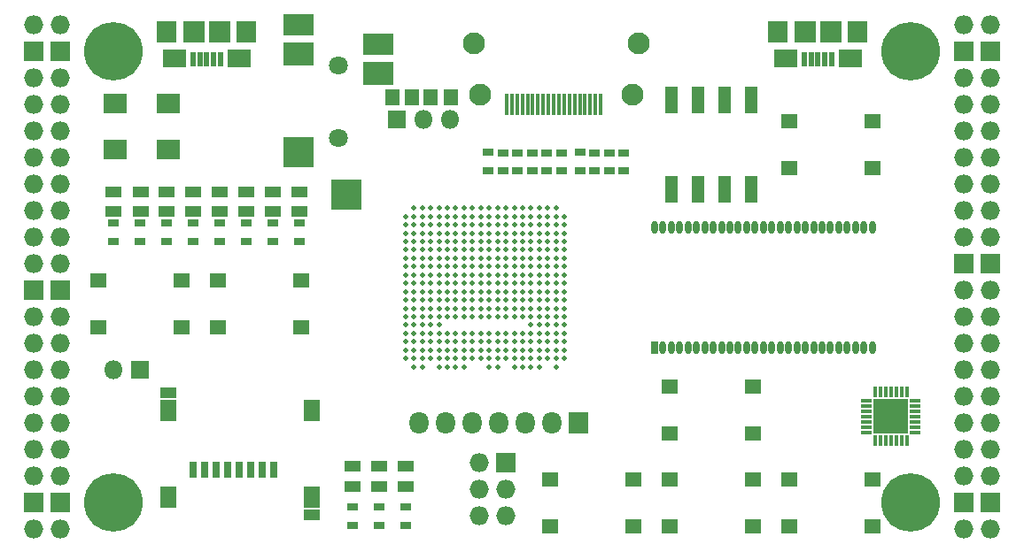
<source format=gts>
G04 #@! TF.GenerationSoftware,KiCad,Pcbnew,5.0.0+dfsg1-2*
G04 #@! TF.CreationDate,2018-09-08T16:08:50+02:00*
G04 #@! TF.ProjectId,ulx3s,756C7833732E6B696361645F70636200,rev?*
G04 #@! TF.SameCoordinates,Original*
G04 #@! TF.FileFunction,Soldermask,Top*
G04 #@! TF.FilePolarity,Negative*
%FSLAX46Y46*%
G04 Gerber Fmt 4.6, Leading zero omitted, Abs format (unit mm)*
G04 Created by KiCad (PCBNEW 5.0.0+dfsg1-2) date Sat Sep  8 16:08:50 2018*
%MOMM*%
%LPD*%
G01*
G04 APERTURE LIST*
%ADD10O,0.660000X1.200000*%
%ADD11R,0.660000X1.200000*%
%ADD12R,1.725000X1.725000*%
%ADD13O,0.400000X1.050000*%
%ADD14O,1.050000X0.400000*%
%ADD15R,1.050000X0.400000*%
%ADD16R,1.220000X2.540000*%
%ADD17R,1.900000X2.000000*%
%ADD18R,0.500000X1.450000*%
%ADD19R,2.000000X2.000000*%
%ADD20R,2.200000X1.700000*%
%ADD21R,2.900000X2.100000*%
%ADD22R,2.900000X2.300000*%
%ADD23R,2.900000X2.900000*%
%ADD24C,1.800000*%
%ADD25R,0.400000X2.000000*%
%ADD26C,2.100000*%
%ADD27C,0.500000*%
%ADD28R,0.800000X1.600000*%
%ADD29R,1.550000X1.000000*%
%ADD30R,1.550000X2.100000*%
%ADD31R,2.300000X1.900000*%
%ADD32R,1.827200X2.132000*%
%ADD33O,1.827200X2.132000*%
%ADD34O,1.827200X1.827200*%
%ADD35R,1.827200X1.827200*%
%ADD36C,5.600000*%
%ADD37R,1.100000X0.770000*%
%ADD38R,1.600000X1.070000*%
%ADD39R,1.800000X1.800000*%
%ADD40O,1.800000X1.800000*%
%ADD41R,1.395000X1.500000*%
%ADD42R,1.650000X1.400000*%
G04 APERTURE END LIST*
D10*
G04 #@! TO.C,U2*
X175493000Y-82070000D03*
D11*
X154693000Y-93530000D03*
D10*
X155493000Y-93530000D03*
X156293000Y-93530000D03*
X157093000Y-93530000D03*
X157893000Y-93530000D03*
X158693000Y-93530000D03*
X159493000Y-93530000D03*
X160293000Y-93530000D03*
X161093000Y-93530000D03*
X161893000Y-93530000D03*
X162693000Y-93530000D03*
X163493000Y-93530000D03*
X164293000Y-93530000D03*
X165093000Y-93530000D03*
X165893000Y-93530000D03*
X166693000Y-93530000D03*
X167493000Y-93530000D03*
X168293000Y-93530000D03*
X169093000Y-93530000D03*
X169893000Y-93530000D03*
X170693000Y-93530000D03*
X171493000Y-93530000D03*
X172293000Y-93530000D03*
X173093000Y-93530000D03*
X173893000Y-93530000D03*
X174693000Y-93530000D03*
X175493000Y-93530000D03*
X174693000Y-82070000D03*
X173893000Y-82070000D03*
X173093000Y-82070000D03*
X172293000Y-82070000D03*
X171493000Y-82070000D03*
X170693000Y-82070000D03*
X169893000Y-82070000D03*
X169093000Y-82070000D03*
X168293000Y-82070000D03*
X167493000Y-82070000D03*
X166693000Y-82070000D03*
X165893000Y-82070000D03*
X165093000Y-82070000D03*
X164293000Y-82070000D03*
X163493000Y-82070000D03*
X162693000Y-82070000D03*
X161893000Y-82070000D03*
X161093000Y-82070000D03*
X160293000Y-82070000D03*
X159493000Y-82070000D03*
X158693000Y-82070000D03*
X157893000Y-82070000D03*
X157093000Y-82070000D03*
X156293000Y-82070000D03*
X155493000Y-82070000D03*
X154693000Y-82070000D03*
G04 #@! TD*
D12*
G04 #@! TO.C,U8*
X178097500Y-100967500D03*
X178097500Y-99342500D03*
X176472500Y-100967500D03*
X176472500Y-99342500D03*
D13*
X178785000Y-102495000D03*
X178285000Y-102495000D03*
X177785000Y-102495000D03*
X177285000Y-102495000D03*
X176785000Y-102495000D03*
X176285000Y-102495000D03*
X175785000Y-102495000D03*
D14*
X174945000Y-101655000D03*
X174945000Y-101155000D03*
X174945000Y-100655000D03*
X174945000Y-100155000D03*
X174945000Y-99655000D03*
X174945000Y-99155000D03*
X174945000Y-98655000D03*
D13*
X175785000Y-97815000D03*
X176285000Y-97815000D03*
X176785000Y-97815000D03*
X177285000Y-97815000D03*
X177785000Y-97815000D03*
X178285000Y-97815000D03*
X178785000Y-97815000D03*
D14*
X179625000Y-98655000D03*
X179625000Y-99155000D03*
X179625000Y-99655000D03*
X179625000Y-100155000D03*
X179625000Y-100655000D03*
X179625000Y-101155000D03*
D15*
X179625000Y-101655000D03*
G04 #@! TD*
D16*
G04 #@! TO.C,SW1*
X156330000Y-69815000D03*
X163950000Y-78425000D03*
X158870000Y-69815000D03*
X161410000Y-78425000D03*
X161410000Y-69815000D03*
X158870000Y-78425000D03*
X163950000Y-69815000D03*
X156330000Y-78425000D03*
G04 #@! TD*
D17*
G04 #@! TO.C,US1*
X108080000Y-63325000D03*
X115680000Y-63325000D03*
D18*
X110580000Y-66000000D03*
X111230000Y-66000000D03*
X111880000Y-66000000D03*
X112530000Y-66000000D03*
X113180000Y-66000000D03*
D19*
X110680000Y-63325000D03*
X113080000Y-63325000D03*
D20*
X108780000Y-65875000D03*
X114980000Y-65875000D03*
G04 #@! TD*
D21*
G04 #@! TO.C,AUDIO1*
X120668000Y-62618000D03*
D22*
X120668000Y-65418000D03*
D23*
X120668000Y-74818000D03*
X125218000Y-78918000D03*
D22*
X128268000Y-67318000D03*
D21*
X128268000Y-64518000D03*
D24*
X124468000Y-66518000D03*
X124468000Y-73518000D03*
G04 #@! TD*
D25*
G04 #@! TO.C,GPDI1*
X149546000Y-70312000D03*
X149046000Y-70312000D03*
X148546000Y-70312000D03*
X148046000Y-70312000D03*
X147546000Y-70312000D03*
X147046000Y-70312000D03*
X146546000Y-70312000D03*
X146046000Y-70312000D03*
X145546000Y-70312000D03*
X145046000Y-70312000D03*
X144546000Y-70312000D03*
X144046000Y-70312000D03*
X143546000Y-70312000D03*
X143046000Y-70312000D03*
X142546000Y-70312000D03*
X142046000Y-70312000D03*
X141546000Y-70312000D03*
X141046000Y-70312000D03*
X140546000Y-70312000D03*
D26*
X152546000Y-69312000D03*
X138046000Y-69312000D03*
X153146000Y-64412000D03*
X137446000Y-64412000D03*
G04 #@! TD*
D27*
G04 #@! TO.C,U1*
X145280000Y-95400000D03*
X143680000Y-95400000D03*
X142880000Y-95400000D03*
X142080000Y-95400000D03*
X141280000Y-95400000D03*
X139680000Y-95400000D03*
X138880000Y-95400000D03*
X136480000Y-95400000D03*
X135680000Y-95400000D03*
X134880000Y-95400000D03*
X134080000Y-95400000D03*
X132480000Y-95400000D03*
X131680000Y-95400000D03*
X146080000Y-94600000D03*
X145280000Y-94600000D03*
X144480000Y-94600000D03*
X143680000Y-94600000D03*
X142880000Y-94600000D03*
X142080000Y-94600000D03*
X141280000Y-94600000D03*
X140480000Y-94600000D03*
X139680000Y-94600000D03*
X138880000Y-94600000D03*
X138080000Y-94600000D03*
X137280000Y-94600000D03*
X136480000Y-94600000D03*
X135680000Y-94600000D03*
X134880000Y-94600000D03*
X134080000Y-94600000D03*
X133280000Y-94600000D03*
X132480000Y-94600000D03*
X131680000Y-94600000D03*
X130880000Y-94600000D03*
X146080000Y-93800000D03*
X145280000Y-93800000D03*
X144480000Y-93800000D03*
X143680000Y-93800000D03*
X142880000Y-93800000D03*
X142080000Y-93800000D03*
X141280000Y-93800000D03*
X140480000Y-93800000D03*
X139680000Y-93800000D03*
X138880000Y-93800000D03*
X138080000Y-93800000D03*
X137280000Y-93800000D03*
X136480000Y-93800000D03*
X135680000Y-93800000D03*
X134880000Y-93800000D03*
X134080000Y-93800000D03*
X133280000Y-93800000D03*
X132480000Y-93800000D03*
X131680000Y-93800000D03*
X130880000Y-93800000D03*
X146080000Y-93000000D03*
X145280000Y-93000000D03*
X144480000Y-93000000D03*
X143680000Y-93000000D03*
X142880000Y-93000000D03*
X142080000Y-93000000D03*
X141280000Y-93000000D03*
X140480000Y-93000000D03*
X139680000Y-93000000D03*
X138880000Y-93000000D03*
X138080000Y-93000000D03*
X137280000Y-93000000D03*
X136480000Y-93000000D03*
X135680000Y-93000000D03*
X134880000Y-93000000D03*
X134080000Y-93000000D03*
X133280000Y-93000000D03*
X132480000Y-93000000D03*
X131680000Y-93000000D03*
X130880000Y-93000000D03*
X146080000Y-92200000D03*
X145280000Y-92200000D03*
X144480000Y-92200000D03*
X143680000Y-92200000D03*
X142880000Y-92200000D03*
X142080000Y-92200000D03*
X141280000Y-92200000D03*
X140480000Y-92200000D03*
X139680000Y-92200000D03*
X138880000Y-92200000D03*
X138080000Y-92200000D03*
X137280000Y-92200000D03*
X136480000Y-92200000D03*
X135680000Y-92200000D03*
X134880000Y-92200000D03*
X134080000Y-92200000D03*
X133280000Y-92200000D03*
X132480000Y-92200000D03*
X131680000Y-92200000D03*
X130880000Y-92200000D03*
X146080000Y-91400000D03*
X145280000Y-91400000D03*
X144480000Y-91400000D03*
X143680000Y-91400000D03*
X142880000Y-91400000D03*
X134080000Y-91400000D03*
X133280000Y-91400000D03*
X132480000Y-91400000D03*
X131680000Y-91400000D03*
X130880000Y-91400000D03*
X146080000Y-90600000D03*
X145280000Y-90600000D03*
X144480000Y-90600000D03*
X143680000Y-90600000D03*
X142880000Y-90600000D03*
X142080000Y-90600000D03*
X141280000Y-90600000D03*
X140480000Y-90600000D03*
X139680000Y-90600000D03*
X138880000Y-90600000D03*
X138080000Y-90600000D03*
X137280000Y-90600000D03*
X136480000Y-90600000D03*
X135680000Y-90600000D03*
X134880000Y-90600000D03*
X134080000Y-90600000D03*
X133280000Y-90600000D03*
X132480000Y-90600000D03*
X131680000Y-90600000D03*
X130880000Y-90600000D03*
X146080000Y-89800000D03*
X145280000Y-89800000D03*
X144480000Y-89800000D03*
X143680000Y-89800000D03*
X142880000Y-89800000D03*
X142080000Y-89800000D03*
X141280000Y-89800000D03*
X140480000Y-89800000D03*
X139680000Y-89800000D03*
X138880000Y-89800000D03*
X138080000Y-89800000D03*
X137280000Y-89800000D03*
X136480000Y-89800000D03*
X135680000Y-89800000D03*
X134880000Y-89800000D03*
X134080000Y-89800000D03*
X133280000Y-89800000D03*
X132480000Y-89800000D03*
X131680000Y-89800000D03*
X130880000Y-89800000D03*
X146080000Y-89000000D03*
X145280000Y-89000000D03*
X144480000Y-89000000D03*
X143680000Y-89000000D03*
X142880000Y-89000000D03*
X142080000Y-89000000D03*
X141280000Y-89000000D03*
X140480000Y-89000000D03*
X139680000Y-89000000D03*
X138880000Y-89000000D03*
X138080000Y-89000000D03*
X137280000Y-89000000D03*
X136480000Y-89000000D03*
X135680000Y-89000000D03*
X134880000Y-89000000D03*
X134080000Y-89000000D03*
X133280000Y-89000000D03*
X132480000Y-89000000D03*
X131680000Y-89000000D03*
X130880000Y-89000000D03*
X146080000Y-88200000D03*
X145280000Y-88200000D03*
X144480000Y-88200000D03*
X143680000Y-88200000D03*
X142880000Y-88200000D03*
X142080000Y-88200000D03*
X141280000Y-88200000D03*
X140480000Y-88200000D03*
X139680000Y-88200000D03*
X138880000Y-88200000D03*
X138080000Y-88200000D03*
X137280000Y-88200000D03*
X136480000Y-88200000D03*
X135680000Y-88200000D03*
X134880000Y-88200000D03*
X134080000Y-88200000D03*
X133280000Y-88200000D03*
X132480000Y-88200000D03*
X131680000Y-88200000D03*
X130880000Y-88200000D03*
X146080000Y-87400000D03*
X145280000Y-87400000D03*
X144480000Y-87400000D03*
X143680000Y-87400000D03*
X142880000Y-87400000D03*
X142080000Y-87400000D03*
X141280000Y-87400000D03*
X140480000Y-87400000D03*
X139680000Y-87400000D03*
X138880000Y-87400000D03*
X138080000Y-87400000D03*
X137280000Y-87400000D03*
X136480000Y-87400000D03*
X135680000Y-87400000D03*
X134880000Y-87400000D03*
X134080000Y-87400000D03*
X133280000Y-87400000D03*
X132480000Y-87400000D03*
X131680000Y-87400000D03*
X130880000Y-87400000D03*
X146080000Y-86600000D03*
X145280000Y-86600000D03*
X144480000Y-86600000D03*
X143680000Y-86600000D03*
X142880000Y-86600000D03*
X142080000Y-86600000D03*
X141280000Y-86600000D03*
X140480000Y-86600000D03*
X139680000Y-86600000D03*
X138880000Y-86600000D03*
X138080000Y-86600000D03*
X137280000Y-86600000D03*
X136480000Y-86600000D03*
X135680000Y-86600000D03*
X134880000Y-86600000D03*
X134080000Y-86600000D03*
X133280000Y-86600000D03*
X132480000Y-86600000D03*
X131680000Y-86600000D03*
X130880000Y-86600000D03*
X146080000Y-85800000D03*
X145280000Y-85800000D03*
X144480000Y-85800000D03*
X143680000Y-85800000D03*
X142880000Y-85800000D03*
X142080000Y-85800000D03*
X141280000Y-85800000D03*
X140480000Y-85800000D03*
X139680000Y-85800000D03*
X138880000Y-85800000D03*
X138080000Y-85800000D03*
X137280000Y-85800000D03*
X136480000Y-85800000D03*
X135680000Y-85800000D03*
X134880000Y-85800000D03*
X134080000Y-85800000D03*
X133280000Y-85800000D03*
X132480000Y-85800000D03*
X131680000Y-85800000D03*
X130880000Y-85800000D03*
X146080000Y-85000000D03*
X145280000Y-85000000D03*
X144480000Y-85000000D03*
X143680000Y-85000000D03*
X142880000Y-85000000D03*
X142080000Y-85000000D03*
X141280000Y-85000000D03*
X140480000Y-85000000D03*
X139680000Y-85000000D03*
X138880000Y-85000000D03*
X138080000Y-85000000D03*
X137280000Y-85000000D03*
X136480000Y-85000000D03*
X135680000Y-85000000D03*
X134880000Y-85000000D03*
X134080000Y-85000000D03*
X133280000Y-85000000D03*
X132480000Y-85000000D03*
X131680000Y-85000000D03*
X130880000Y-85000000D03*
X146080000Y-84200000D03*
X145280000Y-84200000D03*
X144480000Y-84200000D03*
X143680000Y-84200000D03*
X142880000Y-84200000D03*
X142080000Y-84200000D03*
X141280000Y-84200000D03*
X140480000Y-84200000D03*
X139680000Y-84200000D03*
X138880000Y-84200000D03*
X138080000Y-84200000D03*
X137280000Y-84200000D03*
X136480000Y-84200000D03*
X135680000Y-84200000D03*
X134880000Y-84200000D03*
X134080000Y-84200000D03*
X133280000Y-84200000D03*
X132480000Y-84200000D03*
X131680000Y-84200000D03*
X130880000Y-84200000D03*
X146080000Y-83400000D03*
X145280000Y-83400000D03*
X144480000Y-83400000D03*
X143680000Y-83400000D03*
X142880000Y-83400000D03*
X142080000Y-83400000D03*
X141280000Y-83400000D03*
X140480000Y-83400000D03*
X139680000Y-83400000D03*
X138880000Y-83400000D03*
X138080000Y-83400000D03*
X137280000Y-83400000D03*
X136480000Y-83400000D03*
X135680000Y-83400000D03*
X134880000Y-83400000D03*
X134080000Y-83400000D03*
X133280000Y-83400000D03*
X132480000Y-83400000D03*
X131680000Y-83400000D03*
X130880000Y-83400000D03*
X146080000Y-82600000D03*
X145280000Y-82600000D03*
X144480000Y-82600000D03*
X143680000Y-82600000D03*
X142880000Y-82600000D03*
X142080000Y-82600000D03*
X141280000Y-82600000D03*
X140480000Y-82600000D03*
X139680000Y-82600000D03*
X138880000Y-82600000D03*
X138080000Y-82600000D03*
X137280000Y-82600000D03*
X136480000Y-82600000D03*
X135680000Y-82600000D03*
X134880000Y-82600000D03*
X134080000Y-82600000D03*
X133280000Y-82600000D03*
X132480000Y-82600000D03*
X131680000Y-82600000D03*
X130880000Y-82600000D03*
X146080000Y-81800000D03*
X145280000Y-81800000D03*
X144480000Y-81800000D03*
X143680000Y-81800000D03*
X142880000Y-81800000D03*
X142080000Y-81800000D03*
X141280000Y-81800000D03*
X140480000Y-81800000D03*
X139680000Y-81800000D03*
X138880000Y-81800000D03*
X138080000Y-81800000D03*
X137280000Y-81800000D03*
X136480000Y-81800000D03*
X135680000Y-81800000D03*
X134880000Y-81800000D03*
X134080000Y-81800000D03*
X133280000Y-81800000D03*
X132480000Y-81800000D03*
X131680000Y-81800000D03*
X130880000Y-81800000D03*
X146080000Y-81000000D03*
X145280000Y-81000000D03*
X144480000Y-81000000D03*
X143680000Y-81000000D03*
X142880000Y-81000000D03*
X142080000Y-81000000D03*
X141280000Y-81000000D03*
X140480000Y-81000000D03*
X139680000Y-81000000D03*
X138880000Y-81000000D03*
X138080000Y-81000000D03*
X137280000Y-81000000D03*
X136480000Y-81000000D03*
X135680000Y-81000000D03*
X134880000Y-81000000D03*
X134080000Y-81000000D03*
X133280000Y-81000000D03*
X132480000Y-81000000D03*
X131680000Y-81000000D03*
X130880000Y-81000000D03*
X145280000Y-80200000D03*
X144480000Y-80200000D03*
X143680000Y-80200000D03*
X142880000Y-80200000D03*
X142080000Y-80200000D03*
X141280000Y-80200000D03*
X140480000Y-80200000D03*
X139680000Y-80200000D03*
X138880000Y-80200000D03*
X138080000Y-80200000D03*
X137280000Y-80200000D03*
X136480000Y-80200000D03*
X135680000Y-80200000D03*
X134880000Y-80200000D03*
X134080000Y-80200000D03*
X133280000Y-80200000D03*
X132480000Y-80200000D03*
X131680000Y-80200000D03*
G04 #@! TD*
D28*
G04 #@! TO.C,SD1*
X118250000Y-105250000D03*
X117150000Y-105250000D03*
X116050000Y-105250000D03*
X114950000Y-105250000D03*
X113850000Y-105250000D03*
X112750000Y-105250000D03*
X111650000Y-105250000D03*
X110550000Y-105250000D03*
D29*
X121925000Y-109550000D03*
X108175000Y-97850000D03*
D30*
X108175000Y-107850000D03*
X121925000Y-107850000D03*
X121925000Y-99550000D03*
X108175000Y-99550000D03*
G04 #@! TD*
D31*
G04 #@! TO.C,Y1*
X108212000Y-70160000D03*
X103132000Y-70160000D03*
X103132000Y-74560000D03*
X108212000Y-74560000D03*
G04 #@! TD*
D32*
G04 #@! TO.C,OLED1*
X147440000Y-100790000D03*
D33*
X144900000Y-100790000D03*
X142360000Y-100790000D03*
X139820000Y-100790000D03*
X137280000Y-100790000D03*
X134740000Y-100790000D03*
X132200000Y-100790000D03*
G04 #@! TD*
D34*
G04 #@! TO.C,J1*
X97910000Y-62690000D03*
X95370000Y-62690000D03*
D35*
X97910000Y-65230000D03*
X95370000Y-65230000D03*
D34*
X97910000Y-67770000D03*
X95370000Y-67770000D03*
X97910000Y-70310000D03*
X95370000Y-70310000D03*
X97910000Y-72850000D03*
X95370000Y-72850000D03*
X97910000Y-75390000D03*
X95370000Y-75390000D03*
X97910000Y-77930000D03*
X95370000Y-77930000D03*
X97910000Y-80470000D03*
X95370000Y-80470000D03*
X97910000Y-83010000D03*
X95370000Y-83010000D03*
X97910000Y-85550000D03*
X95370000Y-85550000D03*
D35*
X97910000Y-88090000D03*
X95370000Y-88090000D03*
D34*
X97910000Y-90630000D03*
X95370000Y-90630000D03*
X97910000Y-93170000D03*
X95370000Y-93170000D03*
X97910000Y-95710000D03*
X95370000Y-95710000D03*
X97910000Y-98250000D03*
X95370000Y-98250000D03*
X97910000Y-100790000D03*
X95370000Y-100790000D03*
X97910000Y-103330000D03*
X95370000Y-103330000D03*
X97910000Y-105870000D03*
X95370000Y-105870000D03*
D35*
X97910000Y-108410000D03*
X95370000Y-108410000D03*
D34*
X97910000Y-110950000D03*
X95370000Y-110950000D03*
G04 #@! TD*
G04 #@! TO.C,J2*
X184270000Y-110950000D03*
X186810000Y-110950000D03*
D35*
X184270000Y-108410000D03*
X186810000Y-108410000D03*
D34*
X184270000Y-105870000D03*
X186810000Y-105870000D03*
X184270000Y-103330000D03*
X186810000Y-103330000D03*
X184270000Y-100790000D03*
X186810000Y-100790000D03*
X184270000Y-98250000D03*
X186810000Y-98250000D03*
X184270000Y-95710000D03*
X186810000Y-95710000D03*
X184270000Y-93170000D03*
X186810000Y-93170000D03*
X184270000Y-90630000D03*
X186810000Y-90630000D03*
X184270000Y-88090000D03*
X186810000Y-88090000D03*
D35*
X184270000Y-85550000D03*
X186810000Y-85550000D03*
D34*
X184270000Y-83010000D03*
X186810000Y-83010000D03*
X184270000Y-80470000D03*
X186810000Y-80470000D03*
X184270000Y-77930000D03*
X186810000Y-77930000D03*
X184270000Y-75390000D03*
X186810000Y-75390000D03*
X184270000Y-72850000D03*
X186810000Y-72850000D03*
X184270000Y-70310000D03*
X186810000Y-70310000D03*
X184270000Y-67770000D03*
X186810000Y-67770000D03*
D35*
X184270000Y-65230000D03*
X186810000Y-65230000D03*
D34*
X184270000Y-62690000D03*
X186810000Y-62690000D03*
G04 #@! TD*
D36*
G04 #@! TO.C,H1*
X102990000Y-108410000D03*
G04 #@! TD*
G04 #@! TO.C,H2*
X179190000Y-108410000D03*
G04 #@! TD*
G04 #@! TO.C,H3*
X179190000Y-65230000D03*
G04 #@! TD*
G04 #@! TO.C,H4*
X102990000Y-65230000D03*
G04 #@! TD*
D35*
G04 #@! TO.C,J4*
X140455000Y-104600000D03*
D34*
X137915000Y-104600000D03*
X140455000Y-107140000D03*
X137915000Y-107140000D03*
X140455000Y-109680000D03*
X137915000Y-109680000D03*
G04 #@! TD*
D37*
G04 #@! TO.C,C36*
X150361000Y-76646000D03*
X150361000Y-74896000D03*
G04 #@! TD*
G04 #@! TO.C,C37*
X151758000Y-74896000D03*
X151758000Y-76646000D03*
G04 #@! TD*
G04 #@! TO.C,C38*
X140201000Y-74896000D03*
X140201000Y-76646000D03*
G04 #@! TD*
G04 #@! TO.C,C39*
X142995000Y-76646000D03*
X142995000Y-74896000D03*
G04 #@! TD*
G04 #@! TO.C,C40*
X145789000Y-76646000D03*
X145789000Y-74896000D03*
G04 #@! TD*
G04 #@! TO.C,C41*
X148964000Y-74896000D03*
X148964000Y-76646000D03*
G04 #@! TD*
G04 #@! TO.C,C42*
X138742800Y-76638600D03*
X138742800Y-74888600D03*
G04 #@! TD*
G04 #@! TO.C,C43*
X141598000Y-74896000D03*
X141598000Y-76646000D03*
G04 #@! TD*
G04 #@! TO.C,C44*
X144392000Y-74896000D03*
X144392000Y-76646000D03*
G04 #@! TD*
G04 #@! TO.C,C45*
X147567000Y-76634000D03*
X147567000Y-74884000D03*
G04 #@! TD*
D38*
G04 #@! TO.C,D19*
X130930000Y-106825000D03*
X130930000Y-104915000D03*
G04 #@! TD*
G04 #@! TO.C,D0*
X120770000Y-78644000D03*
X120770000Y-80554000D03*
G04 #@! TD*
G04 #@! TO.C,D1*
X118230000Y-80554000D03*
X118230000Y-78644000D03*
G04 #@! TD*
G04 #@! TO.C,D2*
X115690000Y-78644000D03*
X115690000Y-80554000D03*
G04 #@! TD*
G04 #@! TO.C,D3*
X113150000Y-78644000D03*
X113150000Y-80554000D03*
G04 #@! TD*
G04 #@! TO.C,D4*
X110610000Y-80554000D03*
X110610000Y-78644000D03*
G04 #@! TD*
G04 #@! TO.C,D5*
X108070000Y-80554000D03*
X108070000Y-78644000D03*
G04 #@! TD*
G04 #@! TO.C,D6*
X105545000Y-78644000D03*
X105545000Y-80554000D03*
G04 #@! TD*
G04 #@! TO.C,D7*
X102990000Y-80554000D03*
X102990000Y-78644000D03*
G04 #@! TD*
G04 #@! TO.C,D18*
X128390000Y-106825000D03*
X128390000Y-104915000D03*
G04 #@! TD*
G04 #@! TO.C,D22*
X125850000Y-104915000D03*
X125850000Y-106825000D03*
G04 #@! TD*
D37*
G04 #@! TO.C,R41*
X120770000Y-83377000D03*
X120770000Y-81627000D03*
G04 #@! TD*
G04 #@! TO.C,R42*
X118230000Y-81627000D03*
X118230000Y-83377000D03*
G04 #@! TD*
G04 #@! TO.C,R43*
X115690000Y-83377000D03*
X115690000Y-81627000D03*
G04 #@! TD*
G04 #@! TO.C,R44*
X113150000Y-81627000D03*
X113150000Y-83377000D03*
G04 #@! TD*
G04 #@! TO.C,R45*
X110610000Y-81627000D03*
X110610000Y-83377000D03*
G04 #@! TD*
G04 #@! TO.C,R46*
X108070000Y-83377000D03*
X108070000Y-81627000D03*
G04 #@! TD*
G04 #@! TO.C,R47*
X105530000Y-81627000D03*
X105530000Y-83377000D03*
G04 #@! TD*
G04 #@! TO.C,R48*
X102990000Y-83377000D03*
X102990000Y-81627000D03*
G04 #@! TD*
G04 #@! TO.C,R36*
X128390000Y-110555000D03*
X128390000Y-108805000D03*
G04 #@! TD*
G04 #@! TO.C,R37*
X130930000Y-110555000D03*
X130930000Y-108805000D03*
G04 #@! TD*
G04 #@! TO.C,R62*
X125850000Y-108805000D03*
X125850000Y-110555000D03*
G04 #@! TD*
D39*
G04 #@! TO.C,J3*
X105530000Y-95710000D03*
D40*
X102990000Y-95710000D03*
G04 #@! TD*
D39*
G04 #@! TO.C,J5*
X130056000Y-71725000D03*
D40*
X132596000Y-71725000D03*
X135136000Y-71725000D03*
G04 #@! TD*
D41*
G04 #@! TO.C,RV2*
X131531500Y-69566000D03*
X129596500Y-69566000D03*
G04 #@! TD*
G04 #@! TO.C,RV3*
X133279500Y-69566000D03*
X135214500Y-69566000D03*
G04 #@! TD*
D20*
G04 #@! TO.C,US2*
X173400000Y-65875000D03*
X167200000Y-65875000D03*
D19*
X171500000Y-63325000D03*
X169100000Y-63325000D03*
D18*
X171600000Y-66000000D03*
X170950000Y-66000000D03*
X170300000Y-66000000D03*
X169650000Y-66000000D03*
X169000000Y-66000000D03*
D17*
X174100000Y-63325000D03*
X166500000Y-63325000D03*
G04 #@! TD*
D42*
G04 #@! TO.C,B0*
X175550000Y-71870000D03*
X175550000Y-76370000D03*
X167590000Y-76370000D03*
X167590000Y-71870000D03*
G04 #@! TD*
G04 #@! TO.C,B1*
X109510000Y-91610000D03*
X109510000Y-87110000D03*
X101550000Y-87110000D03*
X101550000Y-91610000D03*
G04 #@! TD*
G04 #@! TO.C,B2*
X112980000Y-91610000D03*
X112980000Y-87110000D03*
X120940000Y-87110000D03*
X120940000Y-91610000D03*
G04 #@! TD*
G04 #@! TO.C,B3*
X164120000Y-101770000D03*
X164120000Y-97270000D03*
X156160000Y-97270000D03*
X156160000Y-101770000D03*
G04 #@! TD*
G04 #@! TO.C,B4*
X164120000Y-106160000D03*
X164120000Y-110660000D03*
X156160000Y-110660000D03*
X156160000Y-106160000D03*
G04 #@! TD*
G04 #@! TO.C,B5*
X144730000Y-106160000D03*
X144730000Y-110660000D03*
X152690000Y-110660000D03*
X152690000Y-106160000D03*
G04 #@! TD*
G04 #@! TO.C,B6*
X175550000Y-106160000D03*
X175550000Y-110660000D03*
X167590000Y-110660000D03*
X167590000Y-106160000D03*
G04 #@! TD*
M02*

</source>
